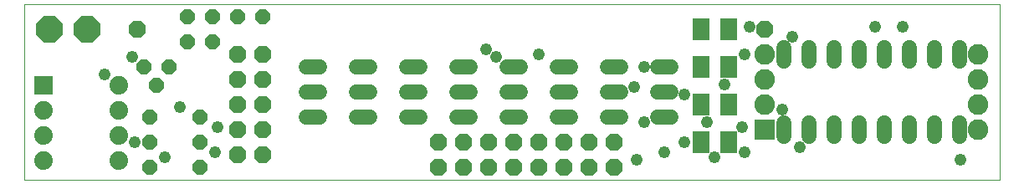
<source format=gbs>
G75*
%MOIN*%
%OFA0B0*%
%FSLAX24Y24*%
%IPPOS*%
%LPD*%
%AMOC8*
5,1,8,0,0,1.08239X$1,22.5*
%
%ADD10C,0.0000*%
%ADD11R,0.0740X0.0740*%
%ADD12C,0.0740*%
%ADD13OC8,0.0600*%
%ADD14OC8,0.1080*%
%ADD15OC8,0.0680*%
%ADD16C,0.0820*%
%ADD17R,0.0820X0.0820*%
%ADD18C,0.0600*%
%ADD19R,0.0710X0.0867*%
%ADD20C,0.0480*%
D10*
X000100Y000130D02*
X000100Y007126D01*
X038970Y007126D01*
X038970Y000130D01*
X000100Y000130D01*
D11*
X000850Y003880D03*
D12*
X003850Y003880D03*
X003850Y002880D03*
X000850Y002880D03*
X000850Y001880D03*
X003850Y001880D03*
X003850Y000880D03*
X000850Y000880D03*
D13*
X005100Y000630D03*
X007100Y000630D03*
X007100Y001630D03*
X005100Y001630D03*
X005100Y002630D03*
X007100Y002630D03*
X005350Y003880D03*
X004850Y004630D03*
X005850Y004630D03*
X006600Y005630D03*
X007600Y005630D03*
X007600Y006630D03*
X006600Y006630D03*
X008600Y006630D03*
X009600Y006630D03*
D14*
X002600Y006130D03*
X001100Y006130D03*
D15*
X004600Y006130D03*
X008600Y005130D03*
X009600Y005130D03*
X009600Y004130D03*
X008600Y004130D03*
X008600Y003130D03*
X009600Y003130D03*
X009600Y002130D03*
X008600Y002130D03*
X008600Y001130D03*
X009600Y001130D03*
X016600Y000630D03*
X017600Y000630D03*
X018600Y000630D03*
X019600Y000630D03*
X020600Y000630D03*
X021600Y000630D03*
X022600Y000630D03*
X023600Y000630D03*
X023600Y001630D03*
X022600Y001630D03*
X021600Y001630D03*
X020600Y001630D03*
X019600Y001630D03*
X018600Y001630D03*
X017600Y001630D03*
X016600Y001630D03*
X029600Y006130D03*
D16*
X029600Y005130D03*
X029600Y004130D03*
X029600Y003130D03*
X038100Y003130D03*
X038100Y002130D03*
X038100Y004130D03*
X038100Y005130D03*
D17*
X029600Y002130D03*
D18*
X030350Y001870D02*
X030350Y002390D01*
X031350Y002390D02*
X031350Y001870D01*
X032350Y001870D02*
X032350Y002390D01*
X033350Y002390D02*
X033350Y001870D01*
X034350Y001870D02*
X034350Y002390D01*
X035350Y002390D02*
X035350Y001870D01*
X036350Y001870D02*
X036350Y002390D01*
X037350Y002390D02*
X037350Y001870D01*
X025860Y002630D02*
X025340Y002630D01*
X023860Y002630D02*
X023340Y002630D01*
X021860Y002630D02*
X021340Y002630D01*
X019860Y002630D02*
X019340Y002630D01*
X017860Y002630D02*
X017340Y002630D01*
X015860Y002630D02*
X015340Y002630D01*
X013860Y002630D02*
X013340Y002630D01*
X011860Y002630D02*
X011340Y002630D01*
X011340Y003630D02*
X011860Y003630D01*
X013340Y003630D02*
X013860Y003630D01*
X015340Y003630D02*
X015860Y003630D01*
X017340Y003630D02*
X017860Y003630D01*
X019340Y003630D02*
X019860Y003630D01*
X021340Y003630D02*
X021860Y003630D01*
X023340Y003630D02*
X023860Y003630D01*
X025340Y003630D02*
X025860Y003630D01*
X025860Y004630D02*
X025340Y004630D01*
X023860Y004630D02*
X023340Y004630D01*
X021860Y004630D02*
X021340Y004630D01*
X019860Y004630D02*
X019340Y004630D01*
X017860Y004630D02*
X017340Y004630D01*
X015860Y004630D02*
X015340Y004630D01*
X013860Y004630D02*
X013340Y004630D01*
X011860Y004630D02*
X011340Y004630D01*
X030350Y004870D02*
X030350Y005390D01*
X031350Y005390D02*
X031350Y004870D01*
X032350Y004870D02*
X032350Y005390D01*
X033350Y005390D02*
X033350Y004870D01*
X034350Y004870D02*
X034350Y005390D01*
X035350Y005390D02*
X035350Y004870D01*
X036350Y004870D02*
X036350Y005390D01*
X037350Y005390D02*
X037350Y004870D01*
D19*
X028151Y004630D03*
X027049Y004630D03*
X027049Y006130D03*
X028151Y006130D03*
X028151Y003130D03*
X027049Y003130D03*
X027049Y001630D03*
X028151Y001630D03*
D20*
X028800Y001230D03*
X027600Y001030D03*
X025600Y001230D03*
X024500Y000930D03*
X026400Y001630D03*
X028700Y002230D03*
X027300Y002430D03*
X024800Y002430D03*
X026400Y003530D03*
X028000Y003930D03*
X024400Y003830D03*
X024800Y004630D03*
X028800Y005130D03*
X030700Y005830D03*
X029000Y006230D03*
X034000Y006230D03*
X035100Y006230D03*
X020600Y005130D03*
X018900Y005030D03*
X018500Y005330D03*
X006300Y003030D03*
X007800Y002230D03*
X004500Y001630D03*
X005700Y001030D03*
X007700Y001230D03*
X003300Y004330D03*
X004400Y005030D03*
X030300Y002930D03*
X031000Y001430D03*
X037400Y000930D03*
M02*

</source>
